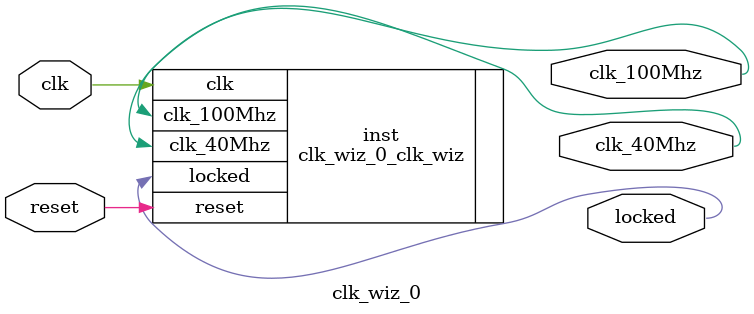
<source format=v>


`timescale 1ps/1ps

(* CORE_GENERATION_INFO = "clk_wiz_0,clk_wiz_v5_4_2_0,{component_name=clk_wiz_0,use_phase_alignment=true,use_min_o_jitter=false,use_max_i_jitter=false,use_dyn_phase_shift=false,use_inclk_switchover=false,use_dyn_reconfig=false,enable_axi=0,feedback_source=FDBK_AUTO,PRIMITIVE=MMCM,num_out_clk=2,clkin1_period=10.000,clkin2_period=10.000,use_power_down=false,use_reset=true,use_locked=true,use_inclk_stopped=false,feedback_type=SINGLE,CLOCK_MGR_TYPE=NA,manual_override=false}" *)

module clk_wiz_0 
 (
  // Clock out ports
  output        clk_100Mhz,
  output        clk_40Mhz,
  // Status and control signals
  input         reset,
  output        locked,
 // Clock in ports
  input         clk
 );

  clk_wiz_0_clk_wiz inst
  (
  // Clock out ports  
  .clk_100Mhz(clk_100Mhz),
  .clk_40Mhz(clk_40Mhz),
  // Status and control signals               
  .reset(reset), 
  .locked(locked),
 // Clock in ports
  .clk(clk)
  );

endmodule

</source>
